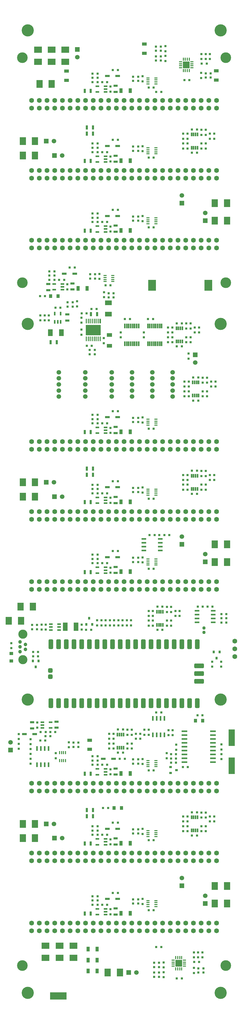
<source format=gts>
G04*
G04 #@! TF.GenerationSoftware,Altium Limited,Altium Designer,22.4.2 (48)*
G04*
G04 Layer_Color=8388736*
%FSAX44Y44*%
%MOMM*%
G71*
G04*
G04 #@! TF.SameCoordinates,DBCC749B-C238-474B-BC69-C92A193A0D89*
G04*
G04*
G04 #@! TF.FilePolarity,Negative*
G04*
G01*
G75*
%ADD16R,2.6000X3.6000*%
%ADD17R,0.8000X0.8000*%
%ADD18R,0.8000X0.8000*%
%ADD19R,2.5000X2.0000*%
%ADD20R,1.6000X1.0000*%
%ADD21R,1.6000X0.8000*%
G04:AMPARAMS|DCode=22|XSize=3.2mm|YSize=1.6mm|CornerRadius=0.4mm|HoleSize=0mm|Usage=FLASHONLY|Rotation=270.000|XOffset=0mm|YOffset=0mm|HoleType=Round|Shape=RoundedRectangle|*
%AMROUNDEDRECTD22*
21,1,3.2000,0.8000,0,0,270.0*
21,1,2.4000,1.6000,0,0,270.0*
1,1,0.8000,-0.4000,-1.2000*
1,1,0.8000,-0.4000,1.2000*
1,1,0.8000,0.4000,1.2000*
1,1,0.8000,0.4000,-1.2000*
%
%ADD22ROUNDEDRECTD22*%
G04:AMPARAMS|DCode=23|XSize=3.2mm|YSize=1.6mm|CornerRadius=0.4mm|HoleSize=0mm|Usage=FLASHONLY|Rotation=0.000|XOffset=0mm|YOffset=0mm|HoleType=Round|Shape=RoundedRectangle|*
%AMROUNDEDRECTD23*
21,1,3.2000,0.8000,0,0,0.0*
21,1,2.4000,1.6000,0,0,0.0*
1,1,0.8000,1.2000,-0.4000*
1,1,0.8000,-1.2000,-0.4000*
1,1,0.8000,-1.2000,0.4000*
1,1,0.8000,1.2000,0.4000*
%
%ADD23ROUNDEDRECTD23*%
%ADD24R,0.4500X1.5000*%
%ADD25R,0.9500X0.8000*%
%ADD26R,1.5000X2.8000*%
%ADD27R,0.8000X1.4000*%
%ADD28R,1.4000X0.8000*%
%ADD29R,0.9900X0.3400*%
%ADD30R,0.3400X0.9900*%
%ADD31R,0.8000X0.9500*%
%ADD32R,2.3000X1.5000*%
%ADD33R,1.5000X2.3000*%
%ADD34R,1.2000X0.6000*%
%ADD35R,2.0000X2.5000*%
%ADD36R,1.0000X1.3000*%
%ADD37R,0.4000X1.1000*%
%ADD38R,0.6000X1.5500*%
%ADD39R,1.9000X0.6000*%
%ADD40R,2.0000X5.5000*%
%ADD41R,1.3000X1.0000*%
%ADD42R,1.7000X1.2500*%
%ADD43R,5.0000X3.4000*%
G04:AMPARAMS|DCode=44|XSize=1.5mm|YSize=0.45mm|CornerRadius=0.1125mm|HoleSize=0mm|Usage=FLASHONLY|Rotation=270.000|XOffset=0mm|YOffset=0mm|HoleType=Round|Shape=RoundedRectangle|*
%AMROUNDEDRECTD44*
21,1,1.5000,0.2250,0,0,270.0*
21,1,1.2750,0.4500,0,0,270.0*
1,1,0.2250,-0.1125,-0.6375*
1,1,0.2250,-0.1125,0.6375*
1,1,0.2250,0.1125,0.6375*
1,1,0.2250,0.1125,-0.6375*
%
%ADD44ROUNDEDRECTD44*%
%ADD45R,0.6000X1.2000*%
%ADD46R,1.0000X1.6000*%
%ADD47R,1.5500X0.6000*%
%ADD49R,1.1000X0.4000*%
%ADD50R,0.4900X1.5400*%
%ADD51R,2.1600X2.1600*%
%ADD52R,0.4900X1.1900*%
%ADD53C,1.1000*%
%ADD54C,1.5000*%
%ADD55R,1.5000X1.5000*%
%ADD56R,1.5000X1.5000*%
%ADD57C,3.0000*%
%ADD58C,1.2000*%
G04:AMPARAMS|DCode=59|XSize=1.5mm|YSize=1.5mm|CornerRadius=0.375mm|HoleSize=0mm|Usage=FLASHONLY|Rotation=270.000|XOffset=0mm|YOffset=0mm|HoleType=Round|Shape=RoundedRectangle|*
%AMROUNDEDRECTD59*
21,1,1.5000,0.7500,0,0,270.0*
21,1,0.7500,1.5000,0,0,270.0*
1,1,0.7500,-0.3750,-0.3750*
1,1,0.7500,-0.3750,0.3750*
1,1,0.7500,0.3750,0.3750*
1,1,0.7500,0.3750,-0.3750*
%
%ADD59ROUNDEDRECTD59*%
%ADD60C,1.6000*%
%ADD61C,3.5000*%
%ADD62C,4.0000*%
G36*
X00220000Y00018000D02*
X00166000D01*
Y00042000D01*
X00220000D01*
Y00018000D01*
D02*
G37*
D16*
X00502500Y02367000D02*
D03*
X00687500D02*
D03*
D17*
X00701250Y01310000D02*
D03*
X00684750D02*
D03*
X00515750Y03003000D02*
D03*
X00532250D02*
D03*
X00581250Y00811000D02*
D03*
X00564750D02*
D03*
X00581250Y00797000D02*
D03*
X00564750D02*
D03*
X00620250Y00783000D02*
D03*
X00603750D02*
D03*
X00389250Y00369000D02*
D03*
X00372750D02*
D03*
X00389250Y01493000D02*
D03*
X00372750D02*
D03*
X00358750Y02341000D02*
D03*
X00375250D02*
D03*
X00358750Y02327000D02*
D03*
X00375250D02*
D03*
X00240250Y02311000D02*
D03*
X00223750D02*
D03*
X00240250Y02297000D02*
D03*
X00223750D02*
D03*
X00600250Y00088000D02*
D03*
X00583750D02*
D03*
X00525250Y00107000D02*
D03*
X00508750D02*
D03*
X00525250Y00139000D02*
D03*
X00508750D02*
D03*
X00525255Y00092998D02*
D03*
X00508755D02*
D03*
X00525255Y00124997D02*
D03*
X00508755D02*
D03*
X00654745Y00121003D02*
D03*
X00671245D02*
D03*
X00654750Y00107000D02*
D03*
X00671250D02*
D03*
X00640750Y00142000D02*
D03*
X00657250D02*
D03*
X00284750Y01234000D02*
D03*
X00149250Y02331000D02*
D03*
X00132750D02*
D03*
X00126250Y01147000D02*
D03*
X00109750D02*
D03*
X00126250Y01161000D02*
D03*
X00109750Y01161000D02*
D03*
X00242750Y00863000D02*
D03*
X00259250D02*
D03*
X00242750Y00849000D02*
D03*
X00259250D02*
D03*
X00581250Y00825000D02*
D03*
X00564750Y00825000D02*
D03*
X00515750Y00962000D02*
D03*
X00532250D02*
D03*
X00133750Y00870000D02*
D03*
X00150250Y00870000D02*
D03*
X00123250Y01250000D02*
D03*
X00106750D02*
D03*
X00123250Y01236000D02*
D03*
X00106750Y01236000D02*
D03*
X00301250Y01234000D02*
D03*
X00319250Y02289000D02*
D03*
X00302750D02*
D03*
X00296750Y02154000D02*
D03*
X00313250D02*
D03*
X00286750Y02168000D02*
D03*
X00303250D02*
D03*
X00665750Y03096000D02*
D03*
X00682250D02*
D03*
X00695250Y03050000D02*
D03*
X00678750D02*
D03*
X00695245Y03064003D02*
D03*
X00678745D02*
D03*
X00625250Y03042000D02*
D03*
X00608750D02*
D03*
X00531255Y03105998D02*
D03*
X00514755D02*
D03*
X00531250Y03120000D02*
D03*
X00514750D02*
D03*
X00531255Y03137997D02*
D03*
X00514755D02*
D03*
X00531250Y03152000D02*
D03*
X00514750D02*
D03*
X00389250Y03075000D02*
D03*
X00372750D02*
D03*
X00305750Y03063000D02*
D03*
X00322250D02*
D03*
X00305750Y03049000D02*
D03*
X00322250D02*
D03*
X00389250Y02845000D02*
D03*
X00372750D02*
D03*
X00305750Y02833000D02*
D03*
X00322250D02*
D03*
Y02819000D02*
D03*
X00305750D02*
D03*
X00389250Y02615000D02*
D03*
X00372750D02*
D03*
X00305750Y02603000D02*
D03*
X00322250D02*
D03*
X00305750Y02589000D02*
D03*
X00322250D02*
D03*
X00559250Y01546000D02*
D03*
X00542750D02*
D03*
X00526250D02*
D03*
X00493750D02*
D03*
X00510250D02*
D03*
X00313250Y02140000D02*
D03*
X00296750D02*
D03*
X00183750Y02293000D02*
D03*
X00200250D02*
D03*
X00286250Y02275000D02*
D03*
X00269750D02*
D03*
X00247250Y02425000D02*
D03*
X00230750D02*
D03*
X00163750Y02413000D02*
D03*
X00180250D02*
D03*
X00163750Y02399000D02*
D03*
X00180250D02*
D03*
X00305750Y00358000D02*
D03*
X00322250D02*
D03*
Y00344000D02*
D03*
X00305750D02*
D03*
X00389250Y00600000D02*
D03*
X00372750D02*
D03*
X00305750Y00588000D02*
D03*
X00322250D02*
D03*
X00322250Y00574000D02*
D03*
X00305750D02*
D03*
X00395750Y00810000D02*
D03*
X00412250D02*
D03*
X00305750Y01481000D02*
D03*
X00322250D02*
D03*
X00305750Y01467000D02*
D03*
X00322250D02*
D03*
X00305750Y03035000D02*
D03*
X00322250D02*
D03*
X00305750Y02805000D02*
D03*
X00322250D02*
D03*
X00305750Y02575000D02*
D03*
X00322250D02*
D03*
X00163750Y02385000D02*
D03*
X00180250D02*
D03*
X00183250Y00898000D02*
D03*
X00166750D02*
D03*
X00305750Y01913000D02*
D03*
X00322250D02*
D03*
X00305750Y01683000D02*
D03*
X00322250D02*
D03*
X00305750Y01453000D02*
D03*
X00322250D02*
D03*
X00305750Y00790000D02*
D03*
X00322250D02*
D03*
X00305750Y00560000D02*
D03*
X00322250D02*
D03*
X00305750Y00330000D02*
D03*
X00322250D02*
D03*
X00305750Y01697000D02*
D03*
X00322250D02*
D03*
X00305750Y01711000D02*
D03*
X00322250D02*
D03*
X00389250Y01723000D02*
D03*
X00372750Y01723000D02*
D03*
X00389250Y01953000D02*
D03*
X00372750D02*
D03*
X00305750Y01941000D02*
D03*
X00322250D02*
D03*
Y01927000D02*
D03*
X00305750D02*
D03*
X00505250Y02256000D02*
D03*
X00488750D02*
D03*
X00429250D02*
D03*
X00412750D02*
D03*
X00730750Y01286000D02*
D03*
X00747250D02*
D03*
X00730750Y01272000D02*
D03*
X00747250D02*
D03*
X00730750Y01258000D02*
D03*
X00747250Y01258000D02*
D03*
X00669250Y01310000D02*
D03*
X00652750D02*
D03*
X00322250Y00818000D02*
D03*
X00305750D02*
D03*
Y00804000D02*
D03*
X00322250D02*
D03*
X00150750Y00884000D02*
D03*
X00167250D02*
D03*
X00651750Y00953000D02*
D03*
X00668250Y00953000D02*
D03*
X00633750Y00558000D02*
D03*
X00650250D02*
D03*
X00633750Y00634000D02*
D03*
X00650250Y00634000D02*
D03*
X00600250Y02242000D02*
D03*
X00583750D02*
D03*
X00600250Y02166000D02*
D03*
X00583750D02*
D03*
X00654250Y02064000D02*
D03*
X00637750D02*
D03*
X00654250Y01988000D02*
D03*
X00637750D02*
D03*
X00456250Y00334000D02*
D03*
X00439750D02*
D03*
X00456251Y00347998D02*
D03*
X00439751D02*
D03*
X00490750Y00312000D02*
D03*
X00507250D02*
D03*
X00337750Y00330000D02*
D03*
X00354250D02*
D03*
X00507250Y03017000D02*
D03*
X00490750D02*
D03*
X00456251Y03052998D02*
D03*
X00439751D02*
D03*
X00456250Y03039000D02*
D03*
X00439750D02*
D03*
X00195750Y02385000D02*
D03*
X00212250D02*
D03*
X00337750Y03035000D02*
D03*
X00354250D02*
D03*
X00337750Y02805000D02*
D03*
X00354250D02*
D03*
X00354250Y02575000D02*
D03*
X00337750D02*
D03*
Y01913000D02*
D03*
X00354250D02*
D03*
X00337750Y01683000D02*
D03*
X00354250D02*
D03*
X00337750Y01453000D02*
D03*
X00354250D02*
D03*
X00337750Y00790000D02*
D03*
X00354250D02*
D03*
X00337750Y00560000D02*
D03*
X00354250D02*
D03*
X00151250Y00898000D02*
D03*
X00134750D02*
D03*
X00365250Y02367000D02*
D03*
X00348750D02*
D03*
X00314251Y02402998D02*
D03*
X00297751D02*
D03*
X00314250Y02389000D02*
D03*
X00297750D02*
D03*
X00507250Y02787000D02*
D03*
X00490750D02*
D03*
X00456251Y02822998D02*
D03*
X00439751D02*
D03*
X00456250Y02809000D02*
D03*
X00439750D02*
D03*
X00507250Y02557000D02*
D03*
X00490750D02*
D03*
X00456251Y02592998D02*
D03*
X00439751D02*
D03*
X00456250Y02579000D02*
D03*
X00439750D02*
D03*
X00456251Y01930998D02*
D03*
X00439751D02*
D03*
X00456250Y01917000D02*
D03*
X00439750D02*
D03*
X00456251Y01700998D02*
D03*
X00439751D02*
D03*
X00456250Y01687000D02*
D03*
X00439750D02*
D03*
X00456251Y01470998D02*
D03*
X00439751D02*
D03*
X00456250Y01457000D02*
D03*
X00439750D02*
D03*
X00456251Y00807998D02*
D03*
X00439751D02*
D03*
X00456250Y00794000D02*
D03*
X00439750D02*
D03*
X00456251Y00577998D02*
D03*
X00439751D02*
D03*
X00456250Y00564000D02*
D03*
X00439750D02*
D03*
X00357250Y00648000D02*
D03*
X00340750D02*
D03*
X00519750Y01310000D02*
D03*
X00536250D02*
D03*
X00519750Y01234000D02*
D03*
X00536250Y01234000D02*
D03*
X00507250Y01895000D02*
D03*
X00490750D02*
D03*
X00507250Y01665000D02*
D03*
X00490750D02*
D03*
X00507250Y01435000D02*
D03*
X00490750D02*
D03*
X00507250Y00772000D02*
D03*
X00490750D02*
D03*
X00507250Y00542000D02*
D03*
X00490750D02*
D03*
X00532250Y00191000D02*
D03*
X00515750D02*
D03*
X00406250Y00906000D02*
D03*
X00389750D02*
D03*
X00406250Y00830000D02*
D03*
X00389750D02*
D03*
X00650250Y01757000D02*
D03*
X00633750D02*
D03*
X00650250Y01681000D02*
D03*
X00633750D02*
D03*
X00650250Y02803000D02*
D03*
X00633750D02*
D03*
X00650250Y02879000D02*
D03*
X00633750D02*
D03*
D18*
X00619000Y01711250D02*
D03*
Y01694750D02*
D03*
X00623000Y02033750D02*
D03*
Y02050250D02*
D03*
X00679000Y02816750D02*
D03*
Y02833250D02*
D03*
X00665000D02*
D03*
Y02816750D02*
D03*
X00707000Y02865250D02*
D03*
Y02848750D02*
D03*
X00693000D02*
D03*
Y02865250D02*
D03*
X00619000Y02833250D02*
D03*
Y02816750D02*
D03*
Y02848750D02*
D03*
Y02865250D02*
D03*
X00683000Y02001750D02*
D03*
Y02018250D02*
D03*
X00669000Y02018250D02*
D03*
Y02001750D02*
D03*
X00582000Y00839750D02*
D03*
Y00856250D02*
D03*
X00550000Y00811750D02*
D03*
Y00828250D02*
D03*
X00419000Y01248750D02*
D03*
Y01265250D02*
D03*
X00377000Y01248750D02*
D03*
Y01265250D02*
D03*
X00349000Y01248750D02*
D03*
Y01265250D02*
D03*
X00343999Y02327752D02*
D03*
Y02344252D02*
D03*
X00255000Y02297750D02*
D03*
Y02314250D02*
D03*
X00540000Y00108250D02*
D03*
Y00091750D02*
D03*
Y00140250D02*
D03*
Y00123750D02*
D03*
X00640000Y00105750D02*
D03*
Y00122250D02*
D03*
X00640000Y00173250D02*
D03*
Y00156750D02*
D03*
X00654000Y00173250D02*
D03*
Y00156750D02*
D03*
X00668000Y00173250D02*
D03*
Y00156750D02*
D03*
X00063000Y00874750D02*
D03*
Y00891250D02*
D03*
X00555000Y02196250D02*
D03*
Y02179750D02*
D03*
X00343000Y02176750D02*
D03*
Y02193250D02*
D03*
X00362999Y01248752D02*
D03*
X00391000Y01248750D02*
D03*
X00433000Y01248750D02*
D03*
X00405000Y01248750D02*
D03*
X00391000Y01265250D02*
D03*
X00038000Y01190250D02*
D03*
X00435000Y00843750D02*
D03*
X00228000Y00847750D02*
D03*
Y00864250D02*
D03*
X00185000Y00811750D02*
D03*
Y00828250D02*
D03*
X00491000Y00905250D02*
D03*
Y00888750D02*
D03*
X00477000D02*
D03*
Y00905250D02*
D03*
X00556000Y00904250D02*
D03*
Y00887750D02*
D03*
X00570000D02*
D03*
Y00904250D02*
D03*
X00731000Y00840750D02*
D03*
X00731000Y00857250D02*
D03*
X00731000Y00825250D02*
D03*
X00731000Y00808750D02*
D03*
X00102000Y00874250D02*
D03*
X00102000Y00857750D02*
D03*
X00102000Y00842250D02*
D03*
Y00825750D02*
D03*
X00102000Y00810250D02*
D03*
Y00793750D02*
D03*
X00138000Y01234750D02*
D03*
Y01251250D02*
D03*
X00152000Y01251250D02*
D03*
X00152000Y01234750D02*
D03*
X00270000Y01251250D02*
D03*
X00270000Y01234750D02*
D03*
X00321001Y01248747D02*
D03*
Y01265247D02*
D03*
X00335000Y01265250D02*
D03*
Y01248750D02*
D03*
X00362999Y01265252D02*
D03*
X00433000Y01265250D02*
D03*
X00038000Y01173750D02*
D03*
X00693000Y03127250D02*
D03*
Y03110750D02*
D03*
X00679000Y03110750D02*
D03*
Y03127250D02*
D03*
X00665000Y03110750D02*
D03*
Y03127250D02*
D03*
X00664000Y03048750D02*
D03*
Y03065250D02*
D03*
X00546000Y03121250D02*
D03*
Y03104750D02*
D03*
Y03153250D02*
D03*
Y03136750D02*
D03*
X00148000Y02268250D02*
D03*
Y02251750D02*
D03*
X00162000D02*
D03*
Y02268250D02*
D03*
X00134000Y02268250D02*
D03*
Y02251750D02*
D03*
X00269000Y02260250D02*
D03*
Y02243750D02*
D03*
X00700000Y01112750D02*
D03*
X00700000Y01129250D02*
D03*
X00405000Y01265250D02*
D03*
X00622000Y02142250D02*
D03*
Y02125750D02*
D03*
X00475000Y02212250D02*
D03*
Y02195750D02*
D03*
X00269000Y02221250D02*
D03*
Y02204750D02*
D03*
X00399000Y02212000D02*
D03*
Y02195500D02*
D03*
X00730000Y01112750D02*
D03*
Y01129250D02*
D03*
X00063000Y00859250D02*
D03*
Y00842750D02*
D03*
X00605000Y00588250D02*
D03*
Y00571750D02*
D03*
X00679000D02*
D03*
Y00588250D02*
D03*
X00605000Y00603750D02*
D03*
Y00620250D02*
D03*
X00707000Y00620250D02*
D03*
Y00603750D02*
D03*
X00619000Y00588250D02*
D03*
X00619000Y00571750D02*
D03*
X00619000Y00603750D02*
D03*
Y00620250D02*
D03*
X00665000Y00616750D02*
D03*
Y00633250D02*
D03*
X00679000D02*
D03*
Y00616750D02*
D03*
X00693000Y00603750D02*
D03*
X00693000Y00620250D02*
D03*
X00665000Y00588250D02*
D03*
Y00571750D02*
D03*
X00615000Y02179750D02*
D03*
Y02196250D02*
D03*
X00643000Y02228250D02*
D03*
Y02211750D02*
D03*
X00629000Y02241250D02*
D03*
Y02224750D02*
D03*
X00615000Y02224750D02*
D03*
Y02241250D02*
D03*
X00569000Y02228250D02*
D03*
Y02211750D02*
D03*
X00569000Y02179750D02*
D03*
Y02196250D02*
D03*
X00657000Y02211750D02*
D03*
Y02228250D02*
D03*
X00555000Y02228250D02*
D03*
Y02211750D02*
D03*
X00629000Y02196250D02*
D03*
Y02179750D02*
D03*
X00697000Y02050250D02*
D03*
Y02033750D02*
D03*
X00683000Y02063250D02*
D03*
Y02046750D02*
D03*
X00669000Y02046750D02*
D03*
Y02063250D02*
D03*
X00623000Y02001750D02*
D03*
Y02018250D02*
D03*
X00711000Y02033750D02*
D03*
Y02050250D02*
D03*
X00609000Y02050250D02*
D03*
Y02033750D02*
D03*
X00609000Y02001750D02*
D03*
Y02018250D02*
D03*
X00471000Y00349250D02*
D03*
Y00332750D02*
D03*
X00365000Y00315250D02*
D03*
X00365000Y00298750D02*
D03*
X00471000Y03054250D02*
D03*
Y03037750D02*
D03*
X00223000Y02370250D02*
D03*
Y02353750D02*
D03*
X00365000Y03020250D02*
D03*
Y03003750D02*
D03*
Y02790250D02*
D03*
Y02773750D02*
D03*
Y02543750D02*
D03*
Y02560250D02*
D03*
Y01898250D02*
D03*
Y01881750D02*
D03*
Y01668250D02*
D03*
Y01651750D02*
D03*
Y01438250D02*
D03*
Y01421750D02*
D03*
Y00775250D02*
D03*
Y00758750D02*
D03*
Y00545250D02*
D03*
Y00528750D02*
D03*
X00124000Y00912750D02*
D03*
Y00929250D02*
D03*
X00329000Y02404250D02*
D03*
Y02387750D02*
D03*
X00471000Y02824250D02*
D03*
Y02807750D02*
D03*
Y02594250D02*
D03*
Y02577750D02*
D03*
Y01932250D02*
D03*
Y01915750D02*
D03*
Y01702250D02*
D03*
Y01685750D02*
D03*
Y01472250D02*
D03*
Y01455750D02*
D03*
Y00809250D02*
D03*
Y00792750D02*
D03*
X00471000Y00579250D02*
D03*
Y00562750D02*
D03*
X00551000Y01264250D02*
D03*
Y01247750D02*
D03*
X00579000Y01279750D02*
D03*
Y01296250D02*
D03*
X00565000Y01292750D02*
D03*
Y01309250D02*
D03*
X00551000D02*
D03*
Y01292750D02*
D03*
X00505000Y01279750D02*
D03*
X00505000Y01296250D02*
D03*
X00505000Y01264250D02*
D03*
Y01247750D02*
D03*
X00593000Y01296250D02*
D03*
Y01279750D02*
D03*
X00491000Y01279750D02*
D03*
Y01296250D02*
D03*
X00565000Y01247750D02*
D03*
Y01264250D02*
D03*
X00491000D02*
D03*
Y01247750D02*
D03*
X00421000Y00843750D02*
D03*
Y00860250D02*
D03*
X00449000Y00892250D02*
D03*
Y00875750D02*
D03*
X00435000Y00905250D02*
D03*
X00435000Y00888750D02*
D03*
X00421000Y00888750D02*
D03*
Y00905250D02*
D03*
X00375000Y00892250D02*
D03*
X00375000Y00875750D02*
D03*
X00375000Y00843750D02*
D03*
Y00860250D02*
D03*
X00463000Y00875750D02*
D03*
Y00892250D02*
D03*
X00361000D02*
D03*
Y00875750D02*
D03*
X00435000Y00860250D02*
D03*
X00361000Y00843750D02*
D03*
Y00860250D02*
D03*
X00665000Y01694750D02*
D03*
Y01711250D02*
D03*
X00693000Y01743250D02*
D03*
Y01726750D02*
D03*
X00679000Y01756250D02*
D03*
Y01739750D02*
D03*
X00665000Y01739750D02*
D03*
Y01756250D02*
D03*
X00619000Y01743250D02*
D03*
Y01726750D02*
D03*
X00707000Y01726750D02*
D03*
Y01743250D02*
D03*
X00605000Y01743250D02*
D03*
Y01726750D02*
D03*
X00679000Y01711250D02*
D03*
Y01694750D02*
D03*
X00605000Y01694750D02*
D03*
Y01711250D02*
D03*
X00605000Y02816750D02*
D03*
Y02833250D02*
D03*
Y02865250D02*
D03*
Y02848750D02*
D03*
X00679000Y02878250D02*
D03*
Y02861750D02*
D03*
X00665000Y02861750D02*
D03*
Y02878250D02*
D03*
D19*
X00243000Y00155000D02*
D03*
Y00195000D02*
D03*
X00197000Y00155000D02*
D03*
Y00195000D02*
D03*
X00126000Y03142000D02*
D03*
Y03102000D02*
D03*
X00171000Y03142000D02*
D03*
Y03102000D02*
D03*
X00216000D02*
D03*
Y03142000D02*
D03*
X00151000Y00195000D02*
D03*
Y00155000D02*
D03*
D20*
X00220000Y03071000D02*
D03*
Y03041000D02*
D03*
X00714000Y03072000D02*
D03*
Y03042000D02*
D03*
X00477000Y03130000D02*
D03*
X00477000Y03160000D02*
D03*
X00296000Y00871000D02*
D03*
Y00841000D02*
D03*
D21*
X00389000Y00349000D02*
D03*
X00355000D02*
D03*
X00389000Y01473000D02*
D03*
X00355000D02*
D03*
X00389000Y03055000D02*
D03*
X00355000D02*
D03*
X00389000Y02825000D02*
D03*
X00355000D02*
D03*
X00389000Y02595000D02*
D03*
X00355000D02*
D03*
X00247000Y02405000D02*
D03*
X00213000D02*
D03*
X00389000Y00580000D02*
D03*
X00355000D02*
D03*
X00375000Y00810000D02*
D03*
X00341000D02*
D03*
X00081000Y00891000D02*
D03*
X00115000D02*
D03*
X00389000Y01703000D02*
D03*
X00355000D02*
D03*
X00389000Y01933000D02*
D03*
X00355000D02*
D03*
D22*
X00194100Y01186900D02*
D03*
X00219500D02*
D03*
X00244900D02*
D03*
X00270300D02*
D03*
X00321100D02*
D03*
X00346500D02*
D03*
X00422700D02*
D03*
X00448100D02*
D03*
X00473500D02*
D03*
X00498900D02*
D03*
X00244900Y00993100D02*
D03*
X00397300D02*
D03*
X00422700D02*
D03*
X00371900D02*
D03*
X00346500D02*
D03*
X00321100D02*
D03*
X00295700D02*
D03*
X00270300D02*
D03*
X00219500D02*
D03*
X00194100D02*
D03*
X00168700D02*
D03*
X00651300Y01186900D02*
D03*
X00625900D02*
D03*
X00600500D02*
D03*
X00575100D02*
D03*
X00549700D02*
D03*
X00524300D02*
D03*
X00651300Y00993100D02*
D03*
X00625900D02*
D03*
X00600500D02*
D03*
X00575100D02*
D03*
X00549700D02*
D03*
X00524300D02*
D03*
X00498900D02*
D03*
X00473500D02*
D03*
X00448100D02*
D03*
X00168700Y01186900D02*
D03*
X00397300D02*
D03*
X00371900D02*
D03*
X00295700D02*
D03*
D23*
X00657000Y01115400D02*
D03*
Y01090000D02*
D03*
Y01064600D02*
D03*
D24*
X00285250Y02249000D02*
D03*
X00324250D02*
D03*
X00291750D02*
D03*
X00311250D02*
D03*
X00317750D02*
D03*
X00304750D02*
D03*
X00298250D02*
D03*
X00330750Y02191000D02*
D03*
X00324250D02*
D03*
X00317750D02*
D03*
X00311250D02*
D03*
X00304750D02*
D03*
X00298250D02*
D03*
X00291750D02*
D03*
X00285250D02*
D03*
D25*
X00563000Y00782500D02*
D03*
X00583000Y00773000D02*
D03*
X00563000Y00763500D02*
D03*
D26*
X00216250Y01244000D02*
D03*
X00251750D02*
D03*
D27*
X00188000Y02180000D02*
D03*
X00168000D02*
D03*
X00287000Y02886000D02*
D03*
X00307000D02*
D03*
X00287000Y01764000D02*
D03*
X00307000D02*
D03*
X00287000Y00641000D02*
D03*
X00307000D02*
D03*
X00307000Y02866000D02*
D03*
X00287000D02*
D03*
Y00621000D02*
D03*
X00307000D02*
D03*
X00300000Y00301000D02*
D03*
X00280000D02*
D03*
X00307000Y01744000D02*
D03*
X00287000D02*
D03*
X00301000Y02272000D02*
D03*
X00321000D02*
D03*
X00280000Y03006000D02*
D03*
X00300000D02*
D03*
X00280000Y02776000D02*
D03*
X00300000D02*
D03*
X00280000Y02546000D02*
D03*
X00300000D02*
D03*
X00280000Y01884000D02*
D03*
X00300000D02*
D03*
X00280000Y01654000D02*
D03*
X00300000D02*
D03*
X00280000Y01424000D02*
D03*
X00300000D02*
D03*
X00280000Y00761000D02*
D03*
X00300000D02*
D03*
X00280000Y00531000D02*
D03*
X00300000D02*
D03*
D28*
X00223000Y02251000D02*
D03*
Y02271000D02*
D03*
X00160000Y02371000D02*
D03*
Y02351000D02*
D03*
X00187000Y00912000D02*
D03*
Y00932000D02*
D03*
X00382000Y03023000D02*
D03*
Y03003000D02*
D03*
Y02793000D02*
D03*
Y02773000D02*
D03*
Y02563000D02*
D03*
Y02543000D02*
D03*
X00240000Y02373000D02*
D03*
Y02353000D02*
D03*
X00107000Y00910000D02*
D03*
Y00930000D02*
D03*
X00382000Y01901000D02*
D03*
Y01881000D02*
D03*
Y01671000D02*
D03*
Y01651000D02*
D03*
Y01441000D02*
D03*
Y01421000D02*
D03*
Y00778000D02*
D03*
Y00758000D02*
D03*
Y00548000D02*
D03*
Y00528000D02*
D03*
Y00318000D02*
D03*
Y00298000D02*
D03*
D29*
X00571400Y00128250D02*
D03*
Y00134750D02*
D03*
Y00141250D02*
D03*
Y00147750D02*
D03*
X00608600D02*
D03*
Y00141250D02*
D03*
Y00134750D02*
D03*
Y00128250D02*
D03*
X00633600Y03082250D02*
D03*
Y03088750D02*
D03*
Y03095250D02*
D03*
Y03101750D02*
D03*
X00596400D02*
D03*
Y03095250D02*
D03*
Y03088750D02*
D03*
Y03082250D02*
D03*
D30*
X00599750Y00119400D02*
D03*
X00593250D02*
D03*
X00586750D02*
D03*
X00580250D02*
D03*
Y00156600D02*
D03*
X00586750D02*
D03*
X00593250D02*
D03*
X00599750D02*
D03*
X00624750Y03110600D02*
D03*
X00618250D02*
D03*
X00611750D02*
D03*
X00605250D02*
D03*
X00605250Y03073400D02*
D03*
X00611750D02*
D03*
X00618250D02*
D03*
X00624750D02*
D03*
D31*
X00295000Y01272000D02*
D03*
X00285500Y01252000D02*
D03*
X00304500D02*
D03*
X00109000Y01132000D02*
D03*
X00118500Y01112000D02*
D03*
X00128000Y01132000D02*
D03*
X00705500Y01161000D02*
D03*
X00715000Y01141000D02*
D03*
X00724500Y01161000D02*
D03*
D32*
X00358000Y02272500D02*
D03*
Y02309500D02*
D03*
D33*
X00203500Y02211000D02*
D03*
X00166500D02*
D03*
D34*
X00168500Y01233500D02*
D03*
X00168500Y01252500D02*
D03*
X00168500Y01243000D02*
D03*
X00195500Y01233500D02*
D03*
X00195500Y01243000D02*
D03*
X00195500Y01252500D02*
D03*
X00348500Y03002500D02*
D03*
Y03012000D02*
D03*
Y03021500D02*
D03*
X00321500D02*
D03*
Y03002500D02*
D03*
X00348500Y02772500D02*
D03*
Y02782000D02*
D03*
Y02791500D02*
D03*
X00321500D02*
D03*
Y02772500D02*
D03*
X00348500Y02542500D02*
D03*
Y02552000D02*
D03*
Y02561500D02*
D03*
X00321500D02*
D03*
Y02542500D02*
D03*
X00206500Y02352500D02*
D03*
Y02362000D02*
D03*
Y02371500D02*
D03*
X00179500D02*
D03*
Y02352500D02*
D03*
X00140500Y00930500D02*
D03*
Y00921000D02*
D03*
Y00911500D02*
D03*
X00167500D02*
D03*
Y00930500D02*
D03*
X00348500Y01880500D02*
D03*
Y01890000D02*
D03*
Y01899500D02*
D03*
X00321500D02*
D03*
Y01880500D02*
D03*
X00348500Y01650500D02*
D03*
Y01660000D02*
D03*
Y01669500D02*
D03*
X00321500D02*
D03*
Y01650500D02*
D03*
X00348500Y01420500D02*
D03*
Y01430000D02*
D03*
Y01439500D02*
D03*
X00321500D02*
D03*
Y01420500D02*
D03*
X00348500Y00757500D02*
D03*
Y00767000D02*
D03*
Y00776500D02*
D03*
X00321500D02*
D03*
Y00757500D02*
D03*
X00348500Y00527500D02*
D03*
Y00537000D02*
D03*
Y00546500D02*
D03*
X00321500D02*
D03*
Y00527500D02*
D03*
X00348500Y00297500D02*
D03*
Y00307000D02*
D03*
Y00316500D02*
D03*
X00321500D02*
D03*
Y00297500D02*
D03*
D35*
X00070000Y01264000D02*
D03*
X00069000Y01310000D02*
D03*
X00076000Y00596000D02*
D03*
X00116000D02*
D03*
X00076000Y00549000D02*
D03*
X00116000D02*
D03*
X00076000Y01719000D02*
D03*
X00116000D02*
D03*
X00076000Y01672000D02*
D03*
X00116000D02*
D03*
X00076000Y02841000D02*
D03*
X00116000D02*
D03*
X00076000Y02794000D02*
D03*
X00116000Y02794000D02*
D03*
X00356000Y00107000D02*
D03*
X00396000Y00107000D02*
D03*
X00131000Y03029000D02*
D03*
X00171000D02*
D03*
X00749000Y02637000D02*
D03*
X00709000D02*
D03*
X00749000Y02579000D02*
D03*
X00709000D02*
D03*
X00749000Y01457000D02*
D03*
X00709000D02*
D03*
X00109000Y01310000D02*
D03*
X00030000Y01264000D02*
D03*
X00749000Y00334000D02*
D03*
X00709000D02*
D03*
Y01515000D02*
D03*
X00749000D02*
D03*
X00709000Y00392000D02*
D03*
X00749000D02*
D03*
D36*
X00168000Y02331000D02*
D03*
X00192000D02*
D03*
X00401000Y00648000D02*
D03*
X00377000D02*
D03*
X00645000Y00935000D02*
D03*
X00669000D02*
D03*
D37*
X00216750Y00830000D02*
D03*
X00210250Y00830000D02*
D03*
X00203750Y00830000D02*
D03*
X00197250Y00830000D02*
D03*
X00216750Y00804000D02*
D03*
X00210250D02*
D03*
X00203750D02*
D03*
X00197250D02*
D03*
D38*
X00504950Y00943000D02*
D03*
X00517650D02*
D03*
X00530350D02*
D03*
X00543050D02*
D03*
X00504950Y00889000D02*
D03*
X00517650D02*
D03*
X00530350D02*
D03*
X00543050D02*
D03*
X00161050Y00790000D02*
D03*
X00148350D02*
D03*
X00135650D02*
D03*
X00122950D02*
D03*
X00161050Y00844000D02*
D03*
X00148350D02*
D03*
X00135650D02*
D03*
X00122950D02*
D03*
D39*
X00703000Y00799200D02*
D03*
Y00900800D02*
D03*
X00703000Y00888100D02*
D03*
Y00875400D02*
D03*
X00703000Y00862700D02*
D03*
X00703000Y00850000D02*
D03*
X00703000Y00837300D02*
D03*
X00703000Y00824600D02*
D03*
Y00811900D02*
D03*
X00609000Y00900800D02*
D03*
Y00875400D02*
D03*
X00609000Y00888100D02*
D03*
Y00824600D02*
D03*
X00609000Y00837300D02*
D03*
X00609000Y00850000D02*
D03*
X00609000Y00862700D02*
D03*
Y00811900D02*
D03*
Y00799200D02*
D03*
D40*
X00765000Y00787000D02*
D03*
Y00879000D02*
D03*
D41*
X00038000Y01156000D02*
D03*
Y01132000D02*
D03*
D42*
X00362000Y02203750D02*
D03*
Y02168250D02*
D03*
D43*
X00308000Y02220000D02*
D03*
D44*
X00330750Y02249000D02*
D03*
D45*
X00181500Y02246500D02*
D03*
X00191000D02*
D03*
X00200500D02*
D03*
Y02273500D02*
D03*
X00181500D02*
D03*
D46*
X00321000Y00184000D02*
D03*
X00291000D02*
D03*
X00321000Y00148000D02*
D03*
X00291000D02*
D03*
X00321000Y00112000D02*
D03*
X00291000D02*
D03*
X00258000Y02357000D02*
D03*
X00288000D02*
D03*
X00430000Y01425000D02*
D03*
X00400000D02*
D03*
X00430000Y01655000D02*
D03*
X00400000D02*
D03*
X00430000Y00302000D02*
D03*
X00400000D02*
D03*
Y03007000D02*
D03*
X00430000D02*
D03*
X00400000Y02777000D02*
D03*
X00430000D02*
D03*
X00400000Y02547000D02*
D03*
X00430000D02*
D03*
X00400000Y01885000D02*
D03*
X00430000D02*
D03*
Y00762000D02*
D03*
X00400000D02*
D03*
X00430000Y00532000D02*
D03*
X00400000D02*
D03*
D47*
X00474998Y01494949D02*
D03*
Y01507649D02*
D03*
Y01520349D02*
D03*
Y01533049D02*
D03*
X00528998Y01494949D02*
D03*
Y01507649D02*
D03*
Y01520349D02*
D03*
Y01533049D02*
D03*
X00649997Y01258948D02*
D03*
Y01271648D02*
D03*
X00649997Y01284348D02*
D03*
X00649997Y01297048D02*
D03*
X00703997Y01258948D02*
D03*
Y01271648D02*
D03*
X00703997Y01284348D02*
D03*
X00703997Y01297048D02*
D03*
D49*
X00515000Y00324250D02*
D03*
Y00330750D02*
D03*
Y00337250D02*
D03*
Y00343750D02*
D03*
X00489000Y00324250D02*
D03*
Y00330750D02*
D03*
Y00337250D02*
D03*
Y00343750D02*
D03*
Y03048750D02*
D03*
Y03042250D02*
D03*
Y03035750D02*
D03*
Y03029250D02*
D03*
X00515000Y03048750D02*
D03*
Y03042250D02*
D03*
Y03035750D02*
D03*
Y03029250D02*
D03*
X00347000Y02398750D02*
D03*
Y02392250D02*
D03*
Y02385750D02*
D03*
Y02379250D02*
D03*
X00373000Y02398750D02*
D03*
X00373000Y02392250D02*
D03*
X00373000Y02385750D02*
D03*
X00373000Y02379250D02*
D03*
X00489000Y02818750D02*
D03*
Y02812250D02*
D03*
Y02805750D02*
D03*
Y02799250D02*
D03*
X00515000Y02818750D02*
D03*
Y02812250D02*
D03*
Y02805750D02*
D03*
Y02799250D02*
D03*
X00489000Y02588750D02*
D03*
Y02582250D02*
D03*
Y02575750D02*
D03*
Y02569250D02*
D03*
X00515000Y02588750D02*
D03*
Y02582250D02*
D03*
Y02575750D02*
D03*
Y02569250D02*
D03*
X00489000Y01926750D02*
D03*
Y01920250D02*
D03*
Y01913750D02*
D03*
Y01907250D02*
D03*
X00515000Y01926750D02*
D03*
Y01920250D02*
D03*
Y01913750D02*
D03*
Y01907250D02*
D03*
X00489000Y01696750D02*
D03*
Y01690250D02*
D03*
Y01683750D02*
D03*
Y01677250D02*
D03*
X00515000Y01696750D02*
D03*
Y01690250D02*
D03*
Y01683750D02*
D03*
Y01677250D02*
D03*
X00489000Y01466750D02*
D03*
Y01460250D02*
D03*
Y01453750D02*
D03*
Y01447250D02*
D03*
X00515000Y01466750D02*
D03*
Y01460250D02*
D03*
Y01453750D02*
D03*
Y01447250D02*
D03*
X00489000Y00803750D02*
D03*
Y00797250D02*
D03*
Y00790750D02*
D03*
Y00784250D02*
D03*
X00515000Y00803750D02*
D03*
Y00797250D02*
D03*
Y00790750D02*
D03*
Y00784250D02*
D03*
X00489000Y00573750D02*
D03*
Y00567250D02*
D03*
Y00560750D02*
D03*
Y00554250D02*
D03*
X00515000Y00573750D02*
D03*
Y00567250D02*
D03*
Y00560750D02*
D03*
Y00554250D02*
D03*
D50*
X00533750Y02233000D02*
D03*
X00527250D02*
D03*
X00520750D02*
D03*
X00514250Y02233000D02*
D03*
X00507750D02*
D03*
X00501250Y02233000D02*
D03*
X00494750D02*
D03*
X00488250D02*
D03*
X00533750Y02175000D02*
D03*
X00527250D02*
D03*
X00520750Y02175000D02*
D03*
X00514250Y02175000D02*
D03*
X00507750D02*
D03*
X00501250D02*
D03*
X00494750Y02175000D02*
D03*
X00488250D02*
D03*
X00457750Y02233000D02*
D03*
X00431750D02*
D03*
X00425250D02*
D03*
X00418750D02*
D03*
X00412250D02*
D03*
X00457750Y02175000D02*
D03*
X00451250D02*
D03*
X00444750D02*
D03*
X00438250D02*
D03*
X00431750D02*
D03*
X00425250D02*
D03*
X00418750D02*
D03*
X00412250D02*
D03*
X00438250Y02233000D02*
D03*
X00444750D02*
D03*
X00451250D02*
D03*
D51*
X00590000Y00138000D02*
D03*
X00615000Y03092000D02*
D03*
D52*
X00632250Y00574250D02*
D03*
X00638750D02*
D03*
X00645250D02*
D03*
X00651750D02*
D03*
Y00617750D02*
D03*
X00645250Y00617750D02*
D03*
X00638750D02*
D03*
X00632250D02*
D03*
X00582250Y02182250D02*
D03*
X00588750D02*
D03*
X00595250D02*
D03*
X00601750D02*
D03*
Y02225750D02*
D03*
X00595250D02*
D03*
X00588750D02*
D03*
X00582250D02*
D03*
X00636250Y02004250D02*
D03*
X00642750D02*
D03*
X00649250D02*
D03*
X00655750D02*
D03*
Y02047750D02*
D03*
X00649250D02*
D03*
X00642750D02*
D03*
X00636250D02*
D03*
X00518250Y01293750D02*
D03*
X00524750D02*
D03*
X00531250D02*
D03*
X00537750Y01293750D02*
D03*
Y01250250D02*
D03*
X00531250D02*
D03*
X00524750D02*
D03*
X00518250D02*
D03*
X00632250Y02862750D02*
D03*
X00638750D02*
D03*
X00645250D02*
D03*
X00651750D02*
D03*
Y02819250D02*
D03*
X00645250D02*
D03*
X00638750D02*
D03*
X00632250D02*
D03*
X00388250Y00889750D02*
D03*
X00394750D02*
D03*
X00401250Y00889750D02*
D03*
X00407750Y00889750D02*
D03*
Y00846250D02*
D03*
X00401250D02*
D03*
X00394750Y00846250D02*
D03*
X00388250D02*
D03*
X00632250Y01740750D02*
D03*
X00638750D02*
D03*
X00645250D02*
D03*
X00651750D02*
D03*
Y01697250D02*
D03*
X00645250D02*
D03*
X00638750D02*
D03*
X00632250D02*
D03*
D53*
X00673000Y01226000D02*
D03*
Y01240000D02*
D03*
D54*
X00644000Y02113300D02*
D03*
X00600000Y00417700D02*
D03*
X00205700Y02794000D02*
D03*
X00600000Y01540700D02*
D03*
X00205700Y01672000D02*
D03*
X00677000Y00359700D02*
D03*
X00178700Y02841000D02*
D03*
X00677000Y01482700D02*
D03*
X00178700Y01719000D02*
D03*
X00256000Y03117300D02*
D03*
X00450700Y00107000D02*
D03*
X00600000Y02662700D02*
D03*
X00205700Y00549000D02*
D03*
X00677000Y02604700D02*
D03*
X00178700Y00596000D02*
D03*
X00035998Y00863699D02*
D03*
X00569998Y02001000D02*
D03*
Y02021000D02*
D03*
Y02061000D02*
D03*
Y02081000D02*
D03*
Y02041000D02*
D03*
X00435999Y02001000D02*
D03*
Y02021000D02*
D03*
Y02061000D02*
D03*
Y02081000D02*
D03*
Y02041000D02*
D03*
X00195000Y02001000D02*
D03*
Y02021000D02*
D03*
Y02061000D02*
D03*
Y02081000D02*
D03*
Y02041000D02*
D03*
X00502999Y02001000D02*
D03*
Y02021000D02*
D03*
Y02061000D02*
D03*
Y02081000D02*
D03*
Y02041000D02*
D03*
X00282000Y02001000D02*
D03*
Y02021000D02*
D03*
Y02061000D02*
D03*
Y02081000D02*
D03*
Y02041000D02*
D03*
X00368999Y02041000D02*
D03*
Y02081000D02*
D03*
Y02061000D02*
D03*
Y02021000D02*
D03*
Y02001000D02*
D03*
D55*
X00644000Y02138700D02*
D03*
X00600000Y00392300D02*
D03*
Y01515300D02*
D03*
X00677000Y00334300D02*
D03*
Y01457300D02*
D03*
X00256000Y03142700D02*
D03*
X00600000Y02637300D02*
D03*
X00677000Y02579300D02*
D03*
X00035998Y00838299D02*
D03*
D56*
X00180300Y02794000D02*
D03*
Y01672000D02*
D03*
X00153300Y02841000D02*
D03*
X00153300Y01719000D02*
D03*
X00425300Y00107000D02*
D03*
X00180300Y00549000D02*
D03*
X00153300Y00596000D02*
D03*
D57*
X00076000Y01136000D02*
D03*
Y01220000D02*
D03*
D58*
X00067000Y01194000D02*
D03*
X00085000Y01186000D02*
D03*
X00067000Y01178000D02*
D03*
X00085000Y01170000D02*
D03*
X00067000Y01162000D02*
D03*
D59*
X00167000Y01080000D02*
D03*
Y01100000D02*
D03*
D60*
X00130600Y00474300D02*
D03*
Y00499700D02*
D03*
X00156000Y00474300D02*
D03*
Y00499700D02*
D03*
X00181400Y00474300D02*
D03*
Y00499700D02*
D03*
X00206800Y00474300D02*
D03*
Y00499700D02*
D03*
X00232200Y00474300D02*
D03*
Y00499700D02*
D03*
X00257600Y00474300D02*
D03*
Y00499700D02*
D03*
X00460800Y00474300D02*
D03*
Y00499700D02*
D03*
X00511598Y00474300D02*
D03*
Y00499700D02*
D03*
X00537000D02*
D03*
X00562400D02*
D03*
X00638600D02*
D03*
X00537000Y00474300D02*
D03*
X00562400D02*
D03*
X00638600D02*
D03*
X00714800D02*
D03*
X00689400D02*
D03*
X00714800Y00499700D02*
D03*
X00689400D02*
D03*
X00613200Y00474300D02*
D03*
X00587800D02*
D03*
X00613200Y00499700D02*
D03*
X00587800D02*
D03*
X00486200D02*
D03*
Y00474300D02*
D03*
X00283000D02*
D03*
Y00499700D02*
D03*
X00308400Y00474300D02*
D03*
Y00499700D02*
D03*
X00333800Y00474300D02*
D03*
Y00499700D02*
D03*
X00359200Y00474300D02*
D03*
Y00499700D02*
D03*
X00384600Y00474300D02*
D03*
Y00499700D02*
D03*
X00409998Y00474300D02*
D03*
Y00499700D02*
D03*
X00435400Y00474300D02*
D03*
Y00499700D02*
D03*
X00105200Y00474300D02*
D03*
Y00499700D02*
D03*
X00664000Y00474300D02*
D03*
Y00499700D02*
D03*
X00130600Y01597300D02*
D03*
Y01622700D02*
D03*
X00156000Y01597300D02*
D03*
Y01622700D02*
D03*
X00181400Y01597300D02*
D03*
Y01622700D02*
D03*
X00206800Y01597300D02*
D03*
Y01622700D02*
D03*
X00232200Y01597300D02*
D03*
Y01622700D02*
D03*
X00257600Y01597300D02*
D03*
Y01622700D02*
D03*
X00460800Y01597300D02*
D03*
Y01622700D02*
D03*
X00511598Y01597300D02*
D03*
Y01622700D02*
D03*
X00537000D02*
D03*
X00562400D02*
D03*
X00638600D02*
D03*
X00537000Y01597300D02*
D03*
X00562400D02*
D03*
X00638600D02*
D03*
X00714800D02*
D03*
X00689400D02*
D03*
X00664000D02*
D03*
X00714800Y01622700D02*
D03*
X00689400D02*
D03*
X00664000D02*
D03*
X00613200Y01597300D02*
D03*
X00587800D02*
D03*
X00613200Y01622700D02*
D03*
X00587800D02*
D03*
X00486200D02*
D03*
Y01597300D02*
D03*
X00308400D02*
D03*
Y01622700D02*
D03*
X00333800Y01597300D02*
D03*
Y01622700D02*
D03*
X00359200Y01597300D02*
D03*
Y01622700D02*
D03*
X00384600Y01597300D02*
D03*
Y01622700D02*
D03*
X00409998Y01597300D02*
D03*
Y01622700D02*
D03*
X00435400Y01597300D02*
D03*
Y01622700D02*
D03*
X00105200Y01597300D02*
D03*
Y01622700D02*
D03*
X00283000Y01597300D02*
D03*
Y01622700D02*
D03*
X00130600Y02719300D02*
D03*
Y02744700D02*
D03*
X00156000Y02719300D02*
D03*
Y02744700D02*
D03*
X00181400Y02719300D02*
D03*
Y02744700D02*
D03*
X00206800Y02719300D02*
D03*
Y02744700D02*
D03*
X00232200Y02719300D02*
D03*
Y02744700D02*
D03*
X00257600Y02719300D02*
D03*
Y02744700D02*
D03*
X00460800Y02719300D02*
D03*
Y02744700D02*
D03*
X00511598Y02719300D02*
D03*
Y02744700D02*
D03*
X00537000D02*
D03*
X00562400D02*
D03*
X00638600D02*
D03*
X00537000Y02719300D02*
D03*
X00562400D02*
D03*
X00638600D02*
D03*
X00714800D02*
D03*
X00689400D02*
D03*
X00664000D02*
D03*
X00714800Y02744700D02*
D03*
X00689400D02*
D03*
X00664000D02*
D03*
X00613200Y02719300D02*
D03*
X00587800D02*
D03*
X00613200Y02744700D02*
D03*
X00587800D02*
D03*
X00486200D02*
D03*
Y02719300D02*
D03*
X00283000D02*
D03*
Y02744700D02*
D03*
X00308400Y02719300D02*
D03*
Y02744700D02*
D03*
X00333800Y02719300D02*
D03*
Y02744700D02*
D03*
X00359200Y02719300D02*
D03*
Y02744700D02*
D03*
X00384600Y02719300D02*
D03*
Y02744700D02*
D03*
X00409998Y02719300D02*
D03*
Y02744700D02*
D03*
X00435400Y02719300D02*
D03*
Y02744700D02*
D03*
X00105200Y02719300D02*
D03*
Y02744700D02*
D03*
X00130600Y02949300D02*
D03*
Y02974700D02*
D03*
X00156000Y02949300D02*
D03*
Y02974700D02*
D03*
X00181400Y02949300D02*
D03*
Y02974700D02*
D03*
X00206800Y02949300D02*
D03*
Y02974700D02*
D03*
X00232200Y02949300D02*
D03*
Y02974700D02*
D03*
X00257600Y02949300D02*
D03*
Y02974700D02*
D03*
X00460800Y02949300D02*
D03*
Y02974700D02*
D03*
X00511598Y02949300D02*
D03*
Y02974700D02*
D03*
X00537000D02*
D03*
X00562400D02*
D03*
X00638600D02*
D03*
X00537000Y02949300D02*
D03*
X00562400D02*
D03*
X00638600D02*
D03*
X00714800D02*
D03*
X00689400D02*
D03*
X00664000D02*
D03*
X00714800Y02974700D02*
D03*
X00689400D02*
D03*
X00664000D02*
D03*
X00613200Y02949300D02*
D03*
X00587800D02*
D03*
X00613200Y02974700D02*
D03*
X00587800D02*
D03*
X00486200D02*
D03*
Y02949300D02*
D03*
X00283000D02*
D03*
Y02974700D02*
D03*
X00308400Y02949300D02*
D03*
Y02974700D02*
D03*
X00333800Y02949300D02*
D03*
Y02974700D02*
D03*
X00359200Y02949300D02*
D03*
Y02974700D02*
D03*
X00384600Y02949300D02*
D03*
Y02974700D02*
D03*
X00409998Y02949300D02*
D03*
Y02974700D02*
D03*
X00435400Y02949300D02*
D03*
Y02974700D02*
D03*
X00105200Y02949300D02*
D03*
Y02974700D02*
D03*
X00775000Y01146000D02*
D03*
Y01196400D02*
D03*
Y01171000D02*
D03*
X00130600Y01367300D02*
D03*
Y01392700D02*
D03*
X00156000Y01367300D02*
D03*
Y01392700D02*
D03*
X00181400Y01367300D02*
D03*
Y01392700D02*
D03*
X00206800Y01367300D02*
D03*
Y01392700D02*
D03*
X00232200Y01367300D02*
D03*
Y01392700D02*
D03*
X00257600Y01367300D02*
D03*
Y01392700D02*
D03*
X00460800Y01367300D02*
D03*
Y01392700D02*
D03*
X00511598Y01367300D02*
D03*
Y01392700D02*
D03*
X00537000D02*
D03*
X00562400D02*
D03*
X00638600D02*
D03*
X00537000Y01367300D02*
D03*
X00562400D02*
D03*
X00638600D02*
D03*
X00714800D02*
D03*
X00689400D02*
D03*
X00664000D02*
D03*
X00714800Y01392700D02*
D03*
X00689400D02*
D03*
X00664000D02*
D03*
X00613200Y01367300D02*
D03*
X00587800D02*
D03*
X00613200Y01392700D02*
D03*
X00587800D02*
D03*
X00486200D02*
D03*
Y01367300D02*
D03*
X00308400D02*
D03*
Y01392700D02*
D03*
X00333800Y01367300D02*
D03*
Y01392700D02*
D03*
X00359200Y01367300D02*
D03*
Y01392700D02*
D03*
X00384600Y01367300D02*
D03*
Y01392700D02*
D03*
X00409998Y01367300D02*
D03*
Y01392700D02*
D03*
X00435400Y01367300D02*
D03*
Y01392700D02*
D03*
X00105200Y01367300D02*
D03*
Y01392700D02*
D03*
X00283000Y01367300D02*
D03*
Y01392700D02*
D03*
X00130600Y00244300D02*
D03*
Y00269700D02*
D03*
X00156000Y00244300D02*
D03*
Y00269700D02*
D03*
X00181400Y00244300D02*
D03*
Y00269700D02*
D03*
X00206800Y00244300D02*
D03*
Y00269700D02*
D03*
X00232200Y00244300D02*
D03*
Y00269700D02*
D03*
X00257600Y00244300D02*
D03*
Y00269700D02*
D03*
X00460800Y00244300D02*
D03*
Y00269700D02*
D03*
X00511598Y00244300D02*
D03*
Y00269700D02*
D03*
X00537000D02*
D03*
X00562400D02*
D03*
X00638600D02*
D03*
X00537000Y00244300D02*
D03*
X00562400D02*
D03*
X00638600D02*
D03*
X00714800D02*
D03*
X00689400D02*
D03*
X00664000D02*
D03*
X00714800Y00269700D02*
D03*
X00689400D02*
D03*
X00664000D02*
D03*
X00613200Y00244300D02*
D03*
X00587800D02*
D03*
X00613200Y00269700D02*
D03*
X00587800D02*
D03*
X00486200D02*
D03*
Y00244300D02*
D03*
X00283000D02*
D03*
Y00269700D02*
D03*
X00308400Y00244300D02*
D03*
Y00269700D02*
D03*
X00333800Y00244300D02*
D03*
Y00269700D02*
D03*
X00359200Y00244300D02*
D03*
Y00269700D02*
D03*
X00384600Y00244300D02*
D03*
Y00269700D02*
D03*
X00409998Y00244300D02*
D03*
Y00269700D02*
D03*
X00435400Y00244300D02*
D03*
Y00269700D02*
D03*
X00105200Y00244300D02*
D03*
Y00269700D02*
D03*
X00130600Y00704300D02*
D03*
Y00729700D02*
D03*
X00156000Y00704300D02*
D03*
Y00729700D02*
D03*
X00181400Y00704300D02*
D03*
Y00729700D02*
D03*
X00206800Y00704300D02*
D03*
Y00729700D02*
D03*
X00232200Y00704300D02*
D03*
Y00729700D02*
D03*
X00257600Y00704300D02*
D03*
Y00729700D02*
D03*
X00460800Y00704300D02*
D03*
Y00729700D02*
D03*
X00511598Y00704300D02*
D03*
Y00729700D02*
D03*
X00537000D02*
D03*
X00562400D02*
D03*
X00638600D02*
D03*
X00537000Y00704300D02*
D03*
X00562400D02*
D03*
X00638600D02*
D03*
X00714800D02*
D03*
X00689400D02*
D03*
X00664000D02*
D03*
X00714800Y00729700D02*
D03*
X00689400D02*
D03*
X00664000D02*
D03*
X00613200Y00704300D02*
D03*
X00587800D02*
D03*
X00613200Y00729700D02*
D03*
X00587800D02*
D03*
X00486200D02*
D03*
Y00704300D02*
D03*
X00283000D02*
D03*
Y00729700D02*
D03*
X00308400Y00704300D02*
D03*
Y00729700D02*
D03*
X00333800Y00704300D02*
D03*
Y00729700D02*
D03*
X00359200Y00704300D02*
D03*
Y00729700D02*
D03*
X00384600Y00704300D02*
D03*
Y00729700D02*
D03*
X00409998Y00704300D02*
D03*
Y00729700D02*
D03*
X00435400Y00704300D02*
D03*
Y00729700D02*
D03*
X00105200Y00704300D02*
D03*
Y00729700D02*
D03*
Y02514700D02*
D03*
Y02489300D02*
D03*
X00435400Y02514700D02*
D03*
Y02489300D02*
D03*
X00409998Y02514700D02*
D03*
Y02489300D02*
D03*
X00384600Y02514700D02*
D03*
Y02489300D02*
D03*
X00359200Y02514700D02*
D03*
Y02489300D02*
D03*
X00333800Y02514700D02*
D03*
Y02489300D02*
D03*
X00308400Y02514700D02*
D03*
Y02489300D02*
D03*
X00283000Y02514700D02*
D03*
Y02489300D02*
D03*
X00486200D02*
D03*
Y02514700D02*
D03*
X00587800D02*
D03*
X00613200D02*
D03*
X00587800Y02489300D02*
D03*
X00613200D02*
D03*
X00664000Y02514700D02*
D03*
X00689400D02*
D03*
X00714800D02*
D03*
X00664000Y02489300D02*
D03*
X00689400D02*
D03*
X00714800D02*
D03*
X00638600D02*
D03*
X00562400D02*
D03*
X00537000D02*
D03*
X00638600Y02514700D02*
D03*
X00562400D02*
D03*
X00537000D02*
D03*
X00511598D02*
D03*
Y02489300D02*
D03*
X00460800Y02514700D02*
D03*
Y02489300D02*
D03*
X00257600Y02514700D02*
D03*
Y02489300D02*
D03*
X00232200Y02514700D02*
D03*
Y02489300D02*
D03*
X00206800Y02514700D02*
D03*
Y02489300D02*
D03*
X00181400Y02514700D02*
D03*
Y02489300D02*
D03*
X00156000Y02514700D02*
D03*
Y02489300D02*
D03*
X00130600Y02514700D02*
D03*
Y02489300D02*
D03*
X00105200Y01852700D02*
D03*
Y01827300D02*
D03*
X00435400Y01852700D02*
D03*
Y01827300D02*
D03*
X00409998Y01852700D02*
D03*
Y01827300D02*
D03*
X00384600Y01852700D02*
D03*
Y01827300D02*
D03*
X00359200Y01852700D02*
D03*
Y01827300D02*
D03*
X00333800Y01852700D02*
D03*
Y01827300D02*
D03*
X00308400Y01852700D02*
D03*
Y01827300D02*
D03*
X00283000Y01852700D02*
D03*
Y01827300D02*
D03*
X00486200D02*
D03*
Y01852700D02*
D03*
X00587800D02*
D03*
X00613200D02*
D03*
X00587800Y01827300D02*
D03*
X00613200D02*
D03*
X00664000Y01852700D02*
D03*
X00689400D02*
D03*
X00714800D02*
D03*
X00664000Y01827300D02*
D03*
X00689400D02*
D03*
X00714800D02*
D03*
X00638600D02*
D03*
X00562400D02*
D03*
X00537000D02*
D03*
X00638600Y01852700D02*
D03*
X00562400D02*
D03*
X00537000D02*
D03*
X00511598D02*
D03*
Y01827300D02*
D03*
X00460800Y01852700D02*
D03*
Y01827300D02*
D03*
X00257600Y01852700D02*
D03*
Y01827300D02*
D03*
X00232200Y01852700D02*
D03*
Y01827300D02*
D03*
X00206800Y01852700D02*
D03*
Y01827300D02*
D03*
X00181400Y01852700D02*
D03*
Y01827300D02*
D03*
X00156000Y01852700D02*
D03*
Y01827300D02*
D03*
X00130600Y01852700D02*
D03*
Y01827300D02*
D03*
D61*
X00075000Y03115000D02*
D03*
X00745000D02*
D03*
Y02375000D02*
D03*
X00075000D02*
D03*
X00745000Y00130000D02*
D03*
X00075000D02*
D03*
D62*
X00092000Y03205000D02*
D03*
X00728000D02*
D03*
Y02240000D02*
D03*
X00092000D02*
D03*
Y01005000D02*
D03*
X00728000D02*
D03*
Y00040000D02*
D03*
X00092000D02*
D03*
M02*

</source>
